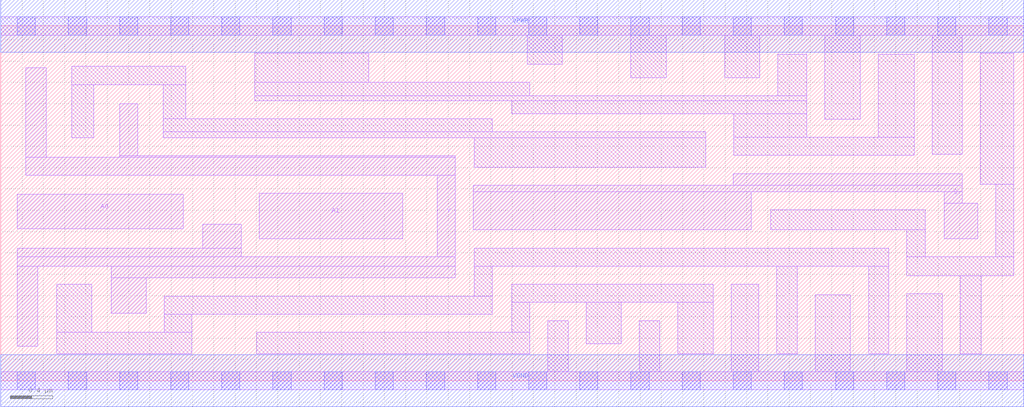
<source format=lef>
# Copyright 2020 The SkyWater PDK Authors
#
# Licensed under the Apache License, Version 2.0 (the "License");
# you may not use this file except in compliance with the License.
# You may obtain a copy of the License at
#
#     https://www.apache.org/licenses/LICENSE-2.0
#
# Unless required by applicable law or agreed to in writing, software
# distributed under the License is distributed on an "AS IS" BASIS,
# WITHOUT WARRANTIES OR CONDITIONS OF ANY KIND, either express or implied.
# See the License for the specific language governing permissions and
# limitations under the License.
#
# SPDX-License-Identifier: Apache-2.0

VERSION 5.7 ;
  NOWIREEXTENSIONATPIN ON ;
  DIVIDERCHAR "/" ;
  BUSBITCHARS "[]" ;
UNITS
  DATABASE MICRONS 200 ;
END UNITS
MACRO sky130_fd_sc_lp__mux2i_4
  CLASS CORE ;
  FOREIGN sky130_fd_sc_lp__mux2i_4 ;
  ORIGIN  0.000000  0.000000 ;
  SIZE  9.600000 BY  3.330000 ;
  SYMMETRY X Y R90 ;
  SITE unit ;
  PIN A0
    ANTENNAGATEAREA  1.260000 ;
    DIRECTION INPUT ;
    USE SIGNAL ;
    PORT
      LAYER li1 ;
        RECT 0.155000 1.425000 1.715000 1.750000 ;
    END
  END A0
  PIN A1
    ANTENNAGATEAREA  1.260000 ;
    DIRECTION INPUT ;
    USE SIGNAL ;
    PORT
      LAYER li1 ;
        RECT 2.425000 1.335000 3.775000 1.760000 ;
    END
  END A1
  PIN S
    ANTENNAGATEAREA  1.575000 ;
    DIRECTION INPUT ;
    USE SIGNAL ;
    PORT
      LAYER li1 ;
        RECT 4.435000 1.415000 7.045000 1.775000 ;
        RECT 4.435000 1.775000 9.025000 1.835000 ;
        RECT 6.875000 1.835000 9.025000 1.945000 ;
        RECT 8.855000 1.335000 9.170000 1.665000 ;
        RECT 8.855000 1.665000 9.025000 1.775000 ;
    END
  END S
  PIN Y
    ANTENNADIFFAREA  2.961000 ;
    DIRECTION OUTPUT ;
    USE SIGNAL ;
    PORT
      LAYER li1 ;
        RECT 0.155000 0.325000 0.345000 1.075000 ;
        RECT 0.155000 1.075000 4.265000 1.165000 ;
        RECT 0.155000 1.165000 2.255000 1.245000 ;
        RECT 0.235000 1.930000 4.265000 2.100000 ;
        RECT 0.235000 2.100000 0.425000 2.940000 ;
        RECT 1.035000 0.635000 1.365000 0.965000 ;
        RECT 1.035000 0.965000 4.265000 1.075000 ;
        RECT 1.115000 2.100000 4.265000 2.110000 ;
        RECT 1.115000 2.110000 1.285000 2.600000 ;
        RECT 1.895000 1.245000 2.255000 1.470000 ;
        RECT 4.095000 1.165000 4.265000 1.930000 ;
    END
  END Y
  PIN VGND
    DIRECTION INOUT ;
    USE GROUND ;
    PORT
      LAYER met1 ;
        RECT 0.000000 -0.245000 9.600000 0.245000 ;
    END
  END VGND
  PIN VPWR
    DIRECTION INOUT ;
    USE POWER ;
    PORT
      LAYER met1 ;
        RECT 0.000000 3.085000 9.600000 3.575000 ;
    END
  END VPWR
  OBS
    LAYER li1 ;
      RECT 0.000000 -0.085000 9.600000 0.085000 ;
      RECT 0.000000  3.245000 9.600000 3.415000 ;
      RECT 0.525000  0.255000 1.795000 0.455000 ;
      RECT 0.525000  0.455000 0.855000 0.905000 ;
      RECT 0.665000  2.280000 0.875000 2.780000 ;
      RECT 0.665000  2.780000 1.735000 2.950000 ;
      RECT 1.525000  2.280000 6.615000 2.335000 ;
      RECT 1.525000  2.335000 4.615000 2.460000 ;
      RECT 1.525000  2.460000 1.735000 2.780000 ;
      RECT 1.535000  0.455000 1.795000 0.625000 ;
      RECT 1.535000  0.625000 4.615000 0.795000 ;
      RECT 2.385000  2.630000 7.565000 2.675000 ;
      RECT 2.385000  2.675000 4.965000 2.800000 ;
      RECT 2.385000  2.800000 3.455000 3.075000 ;
      RECT 2.405000  0.255000 4.965000 0.455000 ;
      RECT 4.445000  0.795000 4.615000 1.075000 ;
      RECT 4.445000  1.075000 8.335000 1.245000 ;
      RECT 4.445000  2.005000 6.615000 2.280000 ;
      RECT 4.795000  0.455000 4.965000 0.735000 ;
      RECT 4.795000  0.735000 6.685000 0.905000 ;
      RECT 4.795000  2.505000 7.565000 2.630000 ;
      RECT 4.940000  2.970000 5.270000 3.245000 ;
      RECT 5.135000  0.085000 5.325000 0.565000 ;
      RECT 5.495000  0.345000 5.825000 0.735000 ;
      RECT 5.915000  2.845000 6.245000 3.245000 ;
      RECT 5.995000  0.085000 6.185000 0.565000 ;
      RECT 6.355000  0.255000 6.685000 0.735000 ;
      RECT 6.795000  2.845000 7.125000 3.245000 ;
      RECT 6.855000  0.085000 7.115000 0.905000 ;
      RECT 6.880000  2.115000 8.575000 2.285000 ;
      RECT 6.880000  2.285000 7.565000 2.505000 ;
      RECT 7.225000  1.415000 8.675000 1.605000 ;
      RECT 7.285000  0.255000 7.475000 1.075000 ;
      RECT 7.295000  2.675000 7.565000 3.065000 ;
      RECT 7.645000  0.085000 7.975000 0.805000 ;
      RECT 7.735000  2.455000 8.065000 3.245000 ;
      RECT 8.145000  0.255000 8.335000 1.075000 ;
      RECT 8.235000  2.285000 8.575000 3.065000 ;
      RECT 8.505000  0.085000 8.835000 0.815000 ;
      RECT 8.505000  0.985000 9.510000 1.165000 ;
      RECT 8.505000  1.165000 8.675000 1.415000 ;
      RECT 8.745000  2.125000 9.025000 3.245000 ;
      RECT 9.005000  0.255000 9.205000 0.985000 ;
      RECT 9.195000  1.845000 9.510000 3.075000 ;
      RECT 9.340000  1.165000 9.510000 1.845000 ;
    LAYER mcon ;
      RECT 0.155000 -0.085000 0.325000 0.085000 ;
      RECT 0.155000  3.245000 0.325000 3.415000 ;
      RECT 0.635000 -0.085000 0.805000 0.085000 ;
      RECT 0.635000  3.245000 0.805000 3.415000 ;
      RECT 1.115000 -0.085000 1.285000 0.085000 ;
      RECT 1.115000  3.245000 1.285000 3.415000 ;
      RECT 1.595000 -0.085000 1.765000 0.085000 ;
      RECT 1.595000  3.245000 1.765000 3.415000 ;
      RECT 2.075000 -0.085000 2.245000 0.085000 ;
      RECT 2.075000  3.245000 2.245000 3.415000 ;
      RECT 2.555000 -0.085000 2.725000 0.085000 ;
      RECT 2.555000  3.245000 2.725000 3.415000 ;
      RECT 3.035000 -0.085000 3.205000 0.085000 ;
      RECT 3.035000  3.245000 3.205000 3.415000 ;
      RECT 3.515000 -0.085000 3.685000 0.085000 ;
      RECT 3.515000  3.245000 3.685000 3.415000 ;
      RECT 3.995000 -0.085000 4.165000 0.085000 ;
      RECT 3.995000  3.245000 4.165000 3.415000 ;
      RECT 4.475000 -0.085000 4.645000 0.085000 ;
      RECT 4.475000  3.245000 4.645000 3.415000 ;
      RECT 4.955000 -0.085000 5.125000 0.085000 ;
      RECT 4.955000  3.245000 5.125000 3.415000 ;
      RECT 5.435000 -0.085000 5.605000 0.085000 ;
      RECT 5.435000  3.245000 5.605000 3.415000 ;
      RECT 5.915000 -0.085000 6.085000 0.085000 ;
      RECT 5.915000  3.245000 6.085000 3.415000 ;
      RECT 6.395000 -0.085000 6.565000 0.085000 ;
      RECT 6.395000  3.245000 6.565000 3.415000 ;
      RECT 6.875000 -0.085000 7.045000 0.085000 ;
      RECT 6.875000  3.245000 7.045000 3.415000 ;
      RECT 7.355000 -0.085000 7.525000 0.085000 ;
      RECT 7.355000  3.245000 7.525000 3.415000 ;
      RECT 7.835000 -0.085000 8.005000 0.085000 ;
      RECT 7.835000  3.245000 8.005000 3.415000 ;
      RECT 8.315000 -0.085000 8.485000 0.085000 ;
      RECT 8.315000  3.245000 8.485000 3.415000 ;
      RECT 8.795000 -0.085000 8.965000 0.085000 ;
      RECT 8.795000  3.245000 8.965000 3.415000 ;
      RECT 9.275000 -0.085000 9.445000 0.085000 ;
      RECT 9.275000  3.245000 9.445000 3.415000 ;
  END
END sky130_fd_sc_lp__mux2i_4
END LIBRARY

</source>
